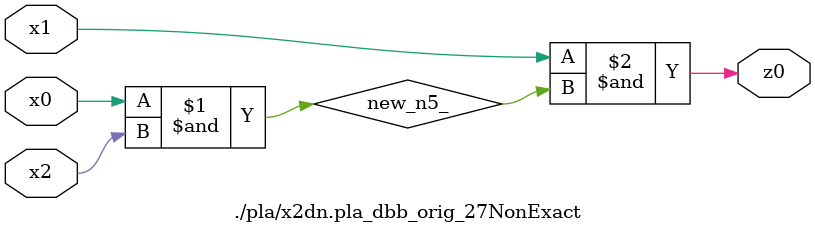
<source format=v>

module \./pla/x2dn.pla_dbb_orig_27NonExact  ( 
    x0, x1, x2,
    z0  );
  input  x0, x1, x2;
  output z0;
  wire new_n5_;
  assign new_n5_ = x0 & x2;
  assign z0 = x1 & new_n5_;
endmodule



</source>
